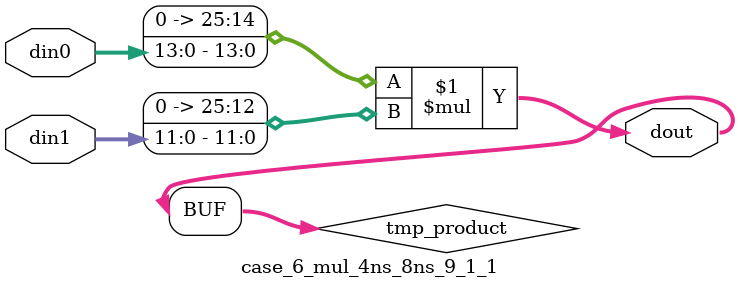
<source format=v>

`timescale 1 ns / 1 ps

 (* use_dsp = "no" *)  module case_6_mul_4ns_8ns_9_1_1(din0, din1, dout);
parameter ID = 1;
parameter NUM_STAGE = 0;
parameter din0_WIDTH = 14;
parameter din1_WIDTH = 12;
parameter dout_WIDTH = 26;

input [din0_WIDTH - 1 : 0] din0; 
input [din1_WIDTH - 1 : 0] din1; 
output [dout_WIDTH - 1 : 0] dout;

wire signed [dout_WIDTH - 1 : 0] tmp_product;
























assign tmp_product = $signed({1'b0, din0}) * $signed({1'b0, din1});











assign dout = tmp_product;





















endmodule

</source>
